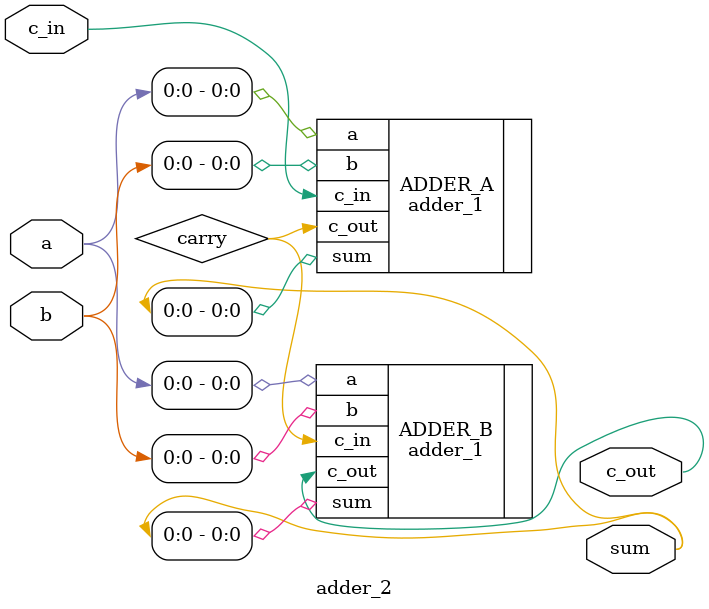
<source format=sv>
/*
  a 2 bit adder daisy chaining 2 
  1 bit adders
*/

module adder_2(a, b, c_in, sum, c_out);

input  wire [1:0] a, b;
input wire c_in;
output logic [1:0] sum;
output logic c_out;

wire carry;

adder_1 ADDER_A(
  .a(a[0]),
  .b(b[0]),
  .c_in(c_in),
  .sum(sum[0]),
  .c_out(carry)
);

adder_1 ADDER_B(
  .a(a[0]),
  .b(b[0]),
  .c_in(carry),
  .sum(sum[0]),
  .c_out(c_out)
);


endmodule

</source>
